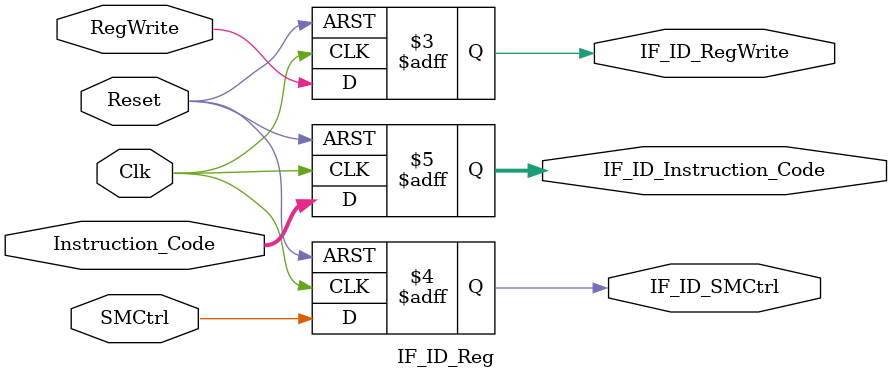
<source format=v>
`timescale 1ns / 1ps
module IF_ID_Reg(
	input Clk, input Reset, input RegWrite, input SMCtrl, input [7:0] Instruction_Code,
	output reg IF_ID_RegWrite, output reg IF_ID_SMCtrl, output reg [7:0] IF_ID_Instruction_Code
    );
	
	 always@(posedge Clk, negedge Reset)
	 begin
	 if(Reset==0)
		begin
		IF_ID_Instruction_Code <= 0;
		IF_ID_RegWrite <= 0;
		IF_ID_SMCtrl <= 0;
		end
	 else
		begin
		IF_ID_Instruction_Code <= Instruction_Code;
		IF_ID_RegWrite <= RegWrite;
		IF_ID_SMCtrl <= SMCtrl;
		end
	 end

endmodule

</source>
